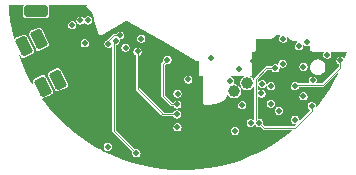
<source format=gbr>
%TF.GenerationSoftware,KiCad,Pcbnew,9.0.0*%
%TF.CreationDate,2025-08-30T10:43:30+02:00*%
%TF.ProjectId,36mm PCB,33366d6d-2050-4434-922e-6b696361645f,rev?*%
%TF.SameCoordinates,Original*%
%TF.FileFunction,Copper,L2,Inr*%
%TF.FilePolarity,Positive*%
%FSLAX46Y46*%
G04 Gerber Fmt 4.6, Leading zero omitted, Abs format (unit mm)*
G04 Created by KiCad (PCBNEW 9.0.0) date 2025-08-30 10:43:30*
%MOMM*%
%LPD*%
G01*
G04 APERTURE LIST*
G04 Aperture macros list*
%AMRoundRect*
0 Rectangle with rounded corners*
0 $1 Rounding radius*
0 $2 $3 $4 $5 $6 $7 $8 $9 X,Y pos of 4 corners*
0 Add a 4 corners polygon primitive as box body*
4,1,4,$2,$3,$4,$5,$6,$7,$8,$9,$2,$3,0*
0 Add four circle primitives for the rounded corners*
1,1,$1+$1,$2,$3*
1,1,$1+$1,$4,$5*
1,1,$1+$1,$6,$7*
1,1,$1+$1,$8,$9*
0 Add four rect primitives between the rounded corners*
20,1,$1+$1,$2,$3,$4,$5,0*
20,1,$1+$1,$4,$5,$6,$7,0*
20,1,$1+$1,$6,$7,$8,$9,0*
20,1,$1+$1,$8,$9,$2,$3,0*%
G04 Aperture macros list end*
%TA.AperFunction,ComponentPad*%
%ADD10RoundRect,0.150000X-0.850000X-0.350000X0.850000X-0.350000X0.850000X0.350000X-0.850000X0.350000X0*%
%TD*%
%TA.AperFunction,ComponentPad*%
%ADD11C,0.500000*%
%TD*%
%TA.AperFunction,ComponentPad*%
%ADD12C,1.000000*%
%TD*%
%TA.AperFunction,ComponentPad*%
%ADD13RoundRect,0.150000X0.591910X-0.441184X0.042506X0.737016X-0.591910X0.441184X-0.042506X-0.737016X0*%
%TD*%
%TA.AperFunction,ViaPad*%
%ADD14C,0.500000*%
%TD*%
%TA.AperFunction,Conductor*%
%ADD15C,0.100000*%
%TD*%
G04 APERTURE END LIST*
D10*
%TO.N,GND*%
%TO.C,TP15*%
X190057772Y-114509534D03*
%TD*%
D11*
%TO.N,+3.3V*%
%TO.C,IC6*%
X208542772Y-116831554D03*
%TO.N,I2C1_SDA*%
X210542772Y-117156554D03*
%TO.N,I2C1_SCL*%
X209867772Y-117481554D03*
%TO.N,GND*%
X209117772Y-117264534D03*
%TD*%
D10*
%TO.N,+3V0*%
%TO.C,TP14*%
X187632772Y-114509534D03*
%TD*%
D12*
%TO.N,SYS_SWCLK*%
%TO.C,TP18*%
X205490000Y-120600000D03*
%TD*%
D13*
%TO.N,Net-(C12-Pad2)*%
%TO.C,SW5*%
X189455162Y-120320686D03*
X187849213Y-116876717D03*
%TO.N,+3V0*%
X188186331Y-120912350D03*
X186580382Y-117468382D03*
%TD*%
D12*
%TO.N,SYS_SWDIO*%
%TO.C,TP17*%
X204370000Y-121300000D03*
%TD*%
D14*
%TO.N,I2C1_SDA*%
X199551130Y-123259000D03*
%TO.N,I2C1_SCL*%
X199570000Y-122409000D03*
%TO.N,+3V0*%
X193690000Y-125990000D03*
%TO.N,ADCVBAT*%
X209540000Y-123710000D03*
X194733732Y-116563689D03*
X193750000Y-117280000D03*
%TO.N,+3V0*%
X195190000Y-117600000D03*
%TO.N,GND*%
X206025478Y-118734534D03*
X205110000Y-124060000D03*
X208977772Y-119704534D03*
X209010000Y-123300000D03*
%TO.N,+3.3V*%
X204460000Y-124650000D03*
X199600000Y-121490000D03*
X208490000Y-118950000D03*
X196520000Y-116840000D03*
X212277772Y-118194534D03*
X199590000Y-124350000D03*
%TO.N,NRST*%
X210255935Y-121716592D03*
%TO.N,+3V0*%
X200510000Y-120300000D03*
X208175685Y-122940000D03*
X191740000Y-117240000D03*
%TO.N,Stat*%
X194347311Y-117022689D03*
X196120000Y-126550000D03*
%TO.N,Net-(IC1-MOT2)*%
X202410000Y-118475000D03*
%TO.N,Net-(IC1-MOT1)*%
X204047772Y-120424534D03*
%TO.N,I2C1_SDA*%
X206700000Y-121480000D03*
X196210000Y-117930000D03*
%TO.N,I2C1_SCL*%
X206760000Y-120680000D03*
X198740000Y-118630806D03*
%TO.N,GPIO_Output_Mono*%
X207480000Y-122360000D03*
X192020000Y-115300000D03*
%TO.N,GPIO_EXTI1*%
X205070000Y-122470000D03*
X191370000Y-115300000D03*
%TO.N,GPIO_EXTI9*%
X190680000Y-115700000D03*
X207510000Y-120870000D03*
%TO.N,Tim2_CH3*%
X206492157Y-123967843D03*
X207880000Y-119350000D03*
X210950000Y-122540000D03*
%TO.N,Tim2_CH1*%
X209535196Y-120866133D03*
X205797213Y-123980000D03*
X213391860Y-118690000D03*
%TO.N,Net-(Q4-D_1)*%
X211037772Y-120374534D03*
%TO.N,Net-(Q3-D_1)*%
X210257772Y-119214534D03*
%TO.N,VDD PROG*%
X204770000Y-119390000D03*
%TD*%
D15*
%TO.N,I2C1_SDA*%
X198369000Y-123259000D02*
X198255000Y-123145000D01*
X199551130Y-123259000D02*
X198369000Y-123259000D01*
X198255000Y-123145000D02*
X196210000Y-121100000D01*
%TO.N,I2C1_SCL*%
X199049000Y-122409000D02*
X199570000Y-122409000D01*
X198370000Y-121730000D02*
X199049000Y-122409000D01*
X198370000Y-119000806D02*
X198370000Y-121730000D01*
X198740000Y-118630806D02*
X198370000Y-119000806D01*
%TO.N,Stat*%
X194220000Y-117150000D02*
X194347311Y-117022689D01*
X196120000Y-126550000D02*
X194220000Y-124650000D01*
X194220000Y-124650000D02*
X194220000Y-117150000D01*
%TO.N,I2C1_SDA*%
X198317585Y-123207585D02*
X198255000Y-123145000D01*
X198317585Y-123208999D02*
X198317585Y-123207585D01*
X196210000Y-121100000D02*
X196210000Y-117930000D01*
%TO.N,Tim2_CH3*%
X210950000Y-122990000D02*
X210950000Y-122540000D01*
X209520000Y-124420000D02*
X210950000Y-122990000D01*
X206944314Y-124420000D02*
X209520000Y-124420000D01*
X206492157Y-123967843D02*
X206944314Y-124420000D01*
%TO.N,ADCVBAT*%
X194239211Y-116563689D02*
X194733732Y-116563689D01*
X193750000Y-117280000D02*
X193750000Y-117052900D01*
X193750000Y-117052900D02*
X194239211Y-116563689D01*
%TO.N,Tim2_CH3*%
X207110000Y-119350000D02*
X207880000Y-119350000D01*
X206492157Y-123967843D02*
X206240000Y-123715686D01*
X206240000Y-120220000D02*
X207110000Y-119350000D01*
X206240000Y-123715686D02*
X206240000Y-120220000D01*
%TO.N,Tim2_CH1*%
X213350965Y-119299035D02*
X213391860Y-119204184D01*
X209535196Y-120866133D02*
X209631329Y-120770000D01*
X211203872Y-120775534D02*
X211209406Y-120770000D01*
X211880000Y-120770000D02*
X213350965Y-119299035D01*
X211209406Y-120770000D02*
X211880000Y-120770000D01*
X213391860Y-119204184D02*
X213391860Y-118690000D01*
X209631329Y-120770000D02*
X210866138Y-120770000D01*
X210871672Y-120775534D02*
X211203872Y-120775534D01*
X210866138Y-120770000D02*
X210871672Y-120775534D01*
%TD*%
%TA.AperFunction,Conductor*%
%TO.N,GND*%
G36*
X186541071Y-113999386D02*
G01*
X186555423Y-114034034D01*
X186548387Y-114057227D01*
X186548652Y-114057337D01*
X186547541Y-114060016D01*
X186547166Y-114061254D01*
X186546806Y-114061794D01*
X186546805Y-114061796D01*
X186532272Y-114134856D01*
X186532272Y-114884211D01*
X186546805Y-114957273D01*
X186602170Y-115040135D01*
X186669009Y-115084794D01*
X186685032Y-115095500D01*
X186758098Y-115110034D01*
X188507446Y-115110034D01*
X188580512Y-115095500D01*
X188663373Y-115040135D01*
X188718738Y-114957274D01*
X188733272Y-114884208D01*
X188733272Y-114134860D01*
X188718738Y-114061794D01*
X188718377Y-114061254D01*
X188718251Y-114060617D01*
X188716892Y-114057337D01*
X188717544Y-114057066D01*
X188711063Y-114024473D01*
X188731899Y-113993291D01*
X188759121Y-113985034D01*
X191848664Y-113985034D01*
X191883312Y-113999386D01*
X191897664Y-114034034D01*
X191895814Y-114047369D01*
X191881479Y-114098053D01*
X191890796Y-114177275D01*
X191890796Y-114177277D01*
X191918932Y-114227600D01*
X191921907Y-114232921D01*
X191929720Y-114246896D01*
X192375328Y-114598712D01*
X192393424Y-114629917D01*
X192415196Y-114775401D01*
X192415201Y-114775432D01*
X192518020Y-115256331D01*
X192650405Y-115729924D01*
X192650407Y-115729933D01*
X192795347Y-116146922D01*
X192811865Y-116194444D01*
X192828867Y-116235042D01*
X192893975Y-116390509D01*
X192893975Y-116390511D01*
X192896505Y-116396554D01*
X192898214Y-116409527D01*
X192911769Y-116433005D01*
X192912976Y-116435888D01*
X192912979Y-116435893D01*
X192922246Y-116458029D01*
X192926899Y-116462647D01*
X192934813Y-116472921D01*
X192938096Y-116478605D01*
X192959614Y-116495116D01*
X192978860Y-116514218D01*
X192990980Y-116519185D01*
X193001376Y-116527162D01*
X193027575Y-116534182D01*
X193052667Y-116544465D01*
X193065766Y-116544415D01*
X193078423Y-116547807D01*
X193105315Y-116544266D01*
X193132430Y-116544164D01*
X193144513Y-116539105D01*
X193157504Y-116537395D01*
X193180992Y-116523834D01*
X193206007Y-116513362D01*
X193215235Y-116504063D01*
X195263841Y-115321299D01*
X195301022Y-115316405D01*
X195312840Y-115321300D01*
X198785333Y-117326144D01*
X201190829Y-118714957D01*
X201199430Y-118721264D01*
X201208690Y-118729749D01*
X201208692Y-118729750D01*
X201208694Y-118729752D01*
X201229688Y-118737393D01*
X201249035Y-118748563D01*
X201266802Y-118750901D01*
X201271842Y-118752736D01*
X201271844Y-118752736D01*
X201283648Y-118757033D01*
X201301680Y-118756245D01*
X201310207Y-118756616D01*
X201328116Y-118758975D01*
X201340246Y-118755723D01*
X201350792Y-118754101D01*
X201363335Y-118753554D01*
X201363335Y-118753553D01*
X201365777Y-118753447D01*
X201401018Y-118766274D01*
X201416867Y-118800263D01*
X201416913Y-118802779D01*
X201414850Y-119069527D01*
X201407772Y-119984534D01*
X201734469Y-119984534D01*
X201769117Y-119998886D01*
X201783469Y-120033534D01*
X201783469Y-122279830D01*
X201779710Y-122295388D01*
X201783469Y-122319345D01*
X201783469Y-122343592D01*
X201787360Y-122352986D01*
X201790497Y-122364139D01*
X201792073Y-122374187D01*
X201792074Y-122374188D01*
X201804713Y-122394880D01*
X201813993Y-122417284D01*
X201825310Y-122428601D01*
X201833652Y-122442258D01*
X201850163Y-122454291D01*
X201855950Y-122459241D01*
X201870392Y-122473684D01*
X201870394Y-122473685D01*
X201870395Y-122473686D01*
X201879787Y-122477576D01*
X201889893Y-122483245D01*
X201898114Y-122489236D01*
X201921686Y-122494931D01*
X201944087Y-122504210D01*
X201960089Y-122504210D01*
X201975647Y-122507969D01*
X201999604Y-122504210D01*
X202023851Y-122504210D01*
X202038641Y-122498083D01*
X202185530Y-122475034D01*
X202462631Y-122423853D01*
X204719500Y-122423853D01*
X204719500Y-122516146D01*
X204743385Y-122605286D01*
X204743386Y-122605289D01*
X204783800Y-122675286D01*
X204789531Y-122685212D01*
X204854788Y-122750469D01*
X204934712Y-122796614D01*
X204956998Y-122802585D01*
X205023853Y-122820500D01*
X205023856Y-122820500D01*
X205116146Y-122820500D01*
X205160716Y-122808557D01*
X205205288Y-122796614D01*
X205285212Y-122750469D01*
X205350469Y-122685212D01*
X205396614Y-122605288D01*
X205409924Y-122555614D01*
X205420500Y-122516146D01*
X205420500Y-122423853D01*
X205396614Y-122334713D01*
X205396613Y-122334710D01*
X205375391Y-122297954D01*
X205350469Y-122254788D01*
X205285212Y-122189531D01*
X205279842Y-122186430D01*
X205205289Y-122143386D01*
X205205286Y-122143385D01*
X205116147Y-122119500D01*
X205116144Y-122119500D01*
X205023856Y-122119500D01*
X205023853Y-122119500D01*
X204934713Y-122143385D01*
X204934710Y-122143386D01*
X204854794Y-122189527D01*
X204854784Y-122189534D01*
X204789534Y-122254784D01*
X204789527Y-122254794D01*
X204743386Y-122334710D01*
X204743385Y-122334713D01*
X204719500Y-122423853D01*
X202462631Y-122423853D01*
X202524926Y-122412347D01*
X202862506Y-122340518D01*
X202991500Y-122309409D01*
X202991509Y-122309411D01*
X203009551Y-122305058D01*
X203009625Y-122305069D01*
X203030280Y-122300069D01*
X203030281Y-122300070D01*
X203045539Y-122296377D01*
X203069036Y-122290711D01*
X203069037Y-122290709D01*
X203073897Y-122289538D01*
X203074103Y-122289464D01*
X203115610Y-122279421D01*
X203277092Y-122210484D01*
X203424893Y-122115701D01*
X203554911Y-121997700D01*
X203663540Y-121859755D01*
X203747765Y-121705693D01*
X203773812Y-121630521D01*
X203798716Y-121602482D01*
X203836154Y-121600266D01*
X203862546Y-121622065D01*
X203889475Y-121668709D01*
X203889478Y-121668713D01*
X203889480Y-121668716D01*
X204001284Y-121780520D01*
X204001287Y-121780521D01*
X204001290Y-121780524D01*
X204138213Y-121859576D01*
X204138215Y-121859576D01*
X204138216Y-121859577D01*
X204239907Y-121886825D01*
X204290939Y-121900499D01*
X204290940Y-121900500D01*
X204290943Y-121900500D01*
X204449060Y-121900500D01*
X204449060Y-121900499D01*
X204601784Y-121859577D01*
X204738716Y-121780520D01*
X204850520Y-121668716D01*
X204881368Y-121615286D01*
X204929576Y-121531786D01*
X204929576Y-121531785D01*
X204929577Y-121531784D01*
X204970499Y-121379060D01*
X204970500Y-121379060D01*
X204970500Y-121220940D01*
X204970499Y-121220939D01*
X204951617Y-121150472D01*
X204929577Y-121068216D01*
X204929576Y-121068215D01*
X204929576Y-121068213D01*
X204850524Y-120931290D01*
X204850521Y-120931287D01*
X204850520Y-120931284D01*
X204738716Y-120819480D01*
X204738713Y-120819478D01*
X204738709Y-120819475D01*
X204601786Y-120740423D01*
X204601782Y-120740422D01*
X204449060Y-120699500D01*
X204449057Y-120699500D01*
X204378613Y-120699500D01*
X204343965Y-120685148D01*
X204329613Y-120650500D01*
X204336178Y-120626000D01*
X204374385Y-120559824D01*
X204374385Y-120559823D01*
X204374386Y-120559822D01*
X204395156Y-120482307D01*
X204398272Y-120470680D01*
X204398272Y-120378387D01*
X204378203Y-120303492D01*
X204374386Y-120289246D01*
X204328241Y-120209322D01*
X204262984Y-120144065D01*
X204220406Y-120119482D01*
X204183061Y-120097920D01*
X204183058Y-120097919D01*
X204119408Y-120080864D01*
X204089655Y-120058034D01*
X204084760Y-120020852D01*
X204107590Y-119991099D01*
X204132090Y-119984534D01*
X205172147Y-119984534D01*
X205206795Y-119998886D01*
X205221147Y-120033534D01*
X205206795Y-120068182D01*
X205196647Y-120075969D01*
X205121290Y-120119475D01*
X205121281Y-120119482D01*
X205009482Y-120231281D01*
X205009475Y-120231290D01*
X204930423Y-120368213D01*
X204930422Y-120368217D01*
X204889500Y-120520939D01*
X204889500Y-120679060D01*
X204930422Y-120831782D01*
X204930423Y-120831786D01*
X205009475Y-120968709D01*
X205009478Y-120968713D01*
X205009480Y-120968716D01*
X205121284Y-121080520D01*
X205121287Y-121080521D01*
X205121290Y-121080524D01*
X205258213Y-121159576D01*
X205258215Y-121159576D01*
X205258216Y-121159577D01*
X205354029Y-121185250D01*
X205410939Y-121200499D01*
X205410940Y-121200500D01*
X205410943Y-121200500D01*
X205569060Y-121200500D01*
X205569060Y-121200499D01*
X205721784Y-121159577D01*
X205737555Y-121150472D01*
X205858709Y-121080524D01*
X205858708Y-121080524D01*
X205858716Y-121080520D01*
X205970520Y-120968716D01*
X205983920Y-120945507D01*
X205998065Y-120921007D01*
X206027818Y-120898177D01*
X206065000Y-120903072D01*
X206087830Y-120932825D01*
X206089500Y-120945507D01*
X206089500Y-123659310D01*
X206075148Y-123693958D01*
X206040500Y-123708310D01*
X206015886Y-123699960D01*
X206015207Y-123701137D01*
X205932502Y-123653386D01*
X205932499Y-123653385D01*
X205843360Y-123629500D01*
X205843357Y-123629500D01*
X205751069Y-123629500D01*
X205751066Y-123629500D01*
X205661926Y-123653385D01*
X205661923Y-123653386D01*
X205582007Y-123699527D01*
X205581997Y-123699534D01*
X205516747Y-123764784D01*
X205516740Y-123764794D01*
X205470599Y-123844710D01*
X205470598Y-123844713D01*
X205446713Y-123933853D01*
X205446713Y-124026146D01*
X205470598Y-124115286D01*
X205470599Y-124115289D01*
X205488666Y-124146581D01*
X205516744Y-124195212D01*
X205582001Y-124260469D01*
X205661925Y-124306614D01*
X205679111Y-124311219D01*
X205751066Y-124330500D01*
X205751069Y-124330500D01*
X205843359Y-124330500D01*
X205888728Y-124318343D01*
X205932501Y-124306614D01*
X206012425Y-124260469D01*
X206077682Y-124195212D01*
X206105760Y-124146580D01*
X206135512Y-124123751D01*
X206172694Y-124128646D01*
X206190629Y-124146581D01*
X206211688Y-124183055D01*
X206276945Y-124248312D01*
X206356869Y-124294457D01*
X206373835Y-124299003D01*
X206446010Y-124318343D01*
X206446013Y-124318343D01*
X206538303Y-124318343D01*
X206564887Y-124311219D01*
X206583151Y-124306325D01*
X206620332Y-124311219D01*
X206630481Y-124319007D01*
X206859060Y-124547586D01*
X206859061Y-124547586D01*
X206859063Y-124547588D01*
X206914378Y-124570500D01*
X206974250Y-124570500D01*
X209282488Y-124570500D01*
X209317136Y-124584852D01*
X209331488Y-124619500D01*
X209317136Y-124654148D01*
X209313342Y-124657566D01*
X208970606Y-124935372D01*
X208968626Y-124936895D01*
X208365043Y-125377113D01*
X208362987Y-125378533D01*
X207737773Y-125787394D01*
X207735648Y-125788708D01*
X207090383Y-126165181D01*
X207088193Y-126166385D01*
X206424574Y-126509477D01*
X206422326Y-126510567D01*
X205742110Y-126819371D01*
X205739810Y-126820346D01*
X205044700Y-127094090D01*
X205042352Y-127094946D01*
X204334207Y-127332895D01*
X204331819Y-127333630D01*
X203612481Y-127535167D01*
X203610059Y-127535780D01*
X202881354Y-127700394D01*
X202878904Y-127700882D01*
X202142776Y-127828132D01*
X202140303Y-127828495D01*
X201398632Y-127918057D01*
X201396145Y-127918293D01*
X200650880Y-127969932D01*
X200648384Y-127970041D01*
X199901462Y-127983622D01*
X199898963Y-127983604D01*
X199152300Y-127959093D01*
X199149806Y-127958947D01*
X198405376Y-127896408D01*
X198402892Y-127896135D01*
X197662639Y-127795731D01*
X197660173Y-127795333D01*
X196925966Y-127657320D01*
X196923523Y-127656796D01*
X196197315Y-127481538D01*
X196194902Y-127480890D01*
X195478579Y-127268844D01*
X195476202Y-127268074D01*
X194771605Y-127019783D01*
X194769270Y-127018892D01*
X194078266Y-126735016D01*
X194075980Y-126734008D01*
X193466150Y-126446321D01*
X193400339Y-126415274D01*
X193398110Y-126414153D01*
X193393480Y-126411673D01*
X192996164Y-126198834D01*
X192739583Y-126061386D01*
X192737411Y-126060150D01*
X192608854Y-125982601D01*
X192544619Y-125943853D01*
X193339500Y-125943853D01*
X193339500Y-126036146D01*
X193363385Y-126125286D01*
X193363386Y-126125289D01*
X193386783Y-126165812D01*
X193409531Y-126205212D01*
X193474788Y-126270469D01*
X193554712Y-126316614D01*
X193576998Y-126322585D01*
X193643853Y-126340500D01*
X193643856Y-126340500D01*
X193736146Y-126340500D01*
X193780716Y-126328557D01*
X193825288Y-126316614D01*
X193905212Y-126270469D01*
X193970469Y-126205212D01*
X194016614Y-126125288D01*
X194028557Y-126080716D01*
X194040500Y-126036146D01*
X194040500Y-125943853D01*
X194016614Y-125854713D01*
X194016613Y-125854710D01*
X193970472Y-125774794D01*
X193970469Y-125774788D01*
X193905212Y-125709531D01*
X193844169Y-125674287D01*
X193825289Y-125663386D01*
X193825286Y-125663385D01*
X193736147Y-125639500D01*
X193736144Y-125639500D01*
X193643856Y-125639500D01*
X193643853Y-125639500D01*
X193554713Y-125663385D01*
X193554710Y-125663386D01*
X193474794Y-125709527D01*
X193474784Y-125709534D01*
X193409534Y-125774784D01*
X193409527Y-125774794D01*
X193363386Y-125854710D01*
X193363385Y-125854713D01*
X193339500Y-125943853D01*
X192544619Y-125943853D01*
X192097745Y-125674287D01*
X192095639Y-125672943D01*
X191476435Y-125254948D01*
X191474401Y-125253497D01*
X190877349Y-124804512D01*
X190875391Y-124802960D01*
X190301993Y-124324114D01*
X190300116Y-124322464D01*
X189751858Y-123815001D01*
X189750069Y-123813258D01*
X189439385Y-123494788D01*
X189228398Y-123278513D01*
X189226703Y-123276684D01*
X189217834Y-123266613D01*
X188732969Y-122716040D01*
X188731384Y-122714146D01*
X188266850Y-122129038D01*
X188265353Y-122127050D01*
X188257250Y-122115701D01*
X188155728Y-121973504D01*
X188147275Y-121936966D01*
X188167135Y-121905153D01*
X188183961Y-121897436D01*
X188189225Y-121896148D01*
X188227329Y-121886824D01*
X188882519Y-121581304D01*
X188906465Y-121570138D01*
X188906465Y-121570137D01*
X188906469Y-121570136D01*
X188966547Y-121526085D01*
X189018246Y-121440888D01*
X189033405Y-121342393D01*
X189015698Y-121270030D01*
X188698376Y-120589531D01*
X188445441Y-120047108D01*
X188445439Y-120047106D01*
X188445439Y-120047105D01*
X188401388Y-119987027D01*
X188401387Y-119987026D01*
X188339546Y-119949500D01*
X188316192Y-119935328D01*
X188316190Y-119935327D01*
X188217695Y-119920168D01*
X188145337Y-119937874D01*
X188145332Y-119937876D01*
X187466196Y-120254561D01*
X187466194Y-120254563D01*
X187406115Y-120298614D01*
X187406115Y-120298615D01*
X187354416Y-120383812D01*
X187354416Y-120383813D01*
X187354415Y-120383814D01*
X187339257Y-120482307D01*
X187356962Y-120554665D01*
X187356964Y-120554670D01*
X187387838Y-120620880D01*
X187389474Y-120658347D01*
X187364137Y-120685997D01*
X187326670Y-120687633D01*
X187300858Y-120665852D01*
X187056117Y-120236450D01*
X187054959Y-120234291D01*
X186881676Y-119890643D01*
X188608088Y-119890643D01*
X188625793Y-119963001D01*
X188625795Y-119963006D01*
X189196051Y-121185927D01*
X189196053Y-121185929D01*
X189196054Y-121185931D01*
X189240105Y-121246009D01*
X189325301Y-121297708D01*
X189423797Y-121312867D01*
X189496160Y-121295160D01*
X190117797Y-121005286D01*
X190175296Y-120978474D01*
X190175296Y-120978473D01*
X190175300Y-120978472D01*
X190235378Y-120934421D01*
X190287077Y-120849224D01*
X190302236Y-120750729D01*
X190284529Y-120678366D01*
X189989753Y-120046216D01*
X189714272Y-119455444D01*
X189714270Y-119455442D01*
X189714270Y-119455441D01*
X189670219Y-119395363D01*
X189670218Y-119395362D01*
X189649371Y-119382711D01*
X189585023Y-119343664D01*
X189585020Y-119343663D01*
X189585019Y-119343663D01*
X189486526Y-119328504D01*
X189414168Y-119346210D01*
X189414163Y-119346212D01*
X188735027Y-119662897D01*
X188735025Y-119662899D01*
X188674946Y-119706950D01*
X188674946Y-119706951D01*
X188623247Y-119792148D01*
X188623247Y-119792149D01*
X188623246Y-119792150D01*
X188608088Y-119890643D01*
X186881676Y-119890643D01*
X186718595Y-119567227D01*
X186717531Y-119564977D01*
X186689043Y-119500500D01*
X186415605Y-118881627D01*
X186414670Y-118879358D01*
X186173518Y-118248356D01*
X186174555Y-118210870D01*
X186201796Y-118185095D01*
X186239285Y-118186132D01*
X186263698Y-118210157D01*
X186321273Y-118333626D01*
X186358078Y-118383821D01*
X186365325Y-118393705D01*
X186450521Y-118445404D01*
X186549017Y-118460563D01*
X186621380Y-118442856D01*
X187300520Y-118126168D01*
X187360598Y-118082117D01*
X187412297Y-117996920D01*
X187427456Y-117898425D01*
X187409749Y-117826062D01*
X187098305Y-117158167D01*
X186839492Y-116603140D01*
X186839490Y-116603138D01*
X186839490Y-116603137D01*
X186795439Y-116543059D01*
X186795438Y-116543058D01*
X186756096Y-116519185D01*
X186710243Y-116491360D01*
X186710241Y-116491359D01*
X186710240Y-116491359D01*
X186611746Y-116476200D01*
X186539388Y-116493906D01*
X186539383Y-116493908D01*
X185860247Y-116810593D01*
X185860245Y-116810595D01*
X185816759Y-116842480D01*
X185807820Y-116844667D01*
X185800526Y-116850279D01*
X185790323Y-116848948D01*
X185780330Y-116851394D01*
X185772462Y-116846619D01*
X185763338Y-116845430D01*
X185757064Y-116837275D01*
X185748269Y-116831938D01*
X185740474Y-116815713D01*
X185721389Y-116744842D01*
X185720814Y-116742462D01*
X185718097Y-116729841D01*
X185657134Y-116446674D01*
X187002139Y-116446674D01*
X187019844Y-116519032D01*
X187019846Y-116519037D01*
X187590102Y-117741958D01*
X187590104Y-117741960D01*
X187590105Y-117741962D01*
X187612843Y-117772973D01*
X187628783Y-117794713D01*
X187634156Y-117802040D01*
X187719352Y-117853739D01*
X187817848Y-117868898D01*
X187890211Y-117851191D01*
X188501130Y-117566315D01*
X188569347Y-117534505D01*
X188569347Y-117534504D01*
X188569351Y-117534503D01*
X188629429Y-117490452D01*
X188681128Y-117405255D01*
X188696287Y-117306760D01*
X188678580Y-117234397D01*
X188659674Y-117193853D01*
X191389500Y-117193853D01*
X191389500Y-117286146D01*
X191413385Y-117375286D01*
X191413386Y-117375289D01*
X191443225Y-117426970D01*
X191459531Y-117455212D01*
X191524788Y-117520469D01*
X191604712Y-117566614D01*
X191626998Y-117572585D01*
X191693853Y-117590500D01*
X191693856Y-117590500D01*
X191786146Y-117590500D01*
X191830716Y-117578557D01*
X191875288Y-117566614D01*
X191955212Y-117520469D01*
X192020469Y-117455212D01*
X192066614Y-117375288D01*
X192079782Y-117326144D01*
X192090500Y-117286146D01*
X192090500Y-117233853D01*
X193399500Y-117233853D01*
X193399500Y-117326146D01*
X193423385Y-117415286D01*
X193423386Y-117415289D01*
X193446438Y-117455215D01*
X193469531Y-117495212D01*
X193534788Y-117560469D01*
X193586802Y-117590500D01*
X193611528Y-117604776D01*
X193614712Y-117606614D01*
X193636998Y-117612585D01*
X193703853Y-117630500D01*
X193703856Y-117630500D01*
X193796146Y-117630500D01*
X193840716Y-117618557D01*
X193885288Y-117606614D01*
X193965212Y-117560469D01*
X193985852Y-117539829D01*
X194020500Y-117525477D01*
X194055148Y-117539829D01*
X194069500Y-117574477D01*
X194069500Y-124679938D01*
X194076214Y-124696145D01*
X194076214Y-124696146D01*
X194092409Y-124735246D01*
X194092410Y-124735248D01*
X194092412Y-124735252D01*
X194092413Y-124735253D01*
X194092414Y-124735254D01*
X195768834Y-126411673D01*
X195783186Y-126446321D01*
X195781517Y-126459002D01*
X195769500Y-126503856D01*
X195769500Y-126596146D01*
X195793385Y-126685286D01*
X195793386Y-126685289D01*
X195803474Y-126702761D01*
X195839531Y-126765212D01*
X195904788Y-126830469D01*
X195984712Y-126876614D01*
X196006998Y-126882585D01*
X196073853Y-126900500D01*
X196073856Y-126900500D01*
X196166146Y-126900500D01*
X196210716Y-126888557D01*
X196255288Y-126876614D01*
X196335212Y-126830469D01*
X196400469Y-126765212D01*
X196446614Y-126685288D01*
X196458557Y-126640716D01*
X196470500Y-126596146D01*
X196470500Y-126503853D01*
X196446765Y-126415276D01*
X196446614Y-126414712D01*
X196444859Y-126411673D01*
X196435077Y-126394731D01*
X196400469Y-126334788D01*
X196335212Y-126269531D01*
X196329842Y-126266430D01*
X196255289Y-126223386D01*
X196255286Y-126223385D01*
X196166147Y-126199500D01*
X196166144Y-126199500D01*
X196073856Y-126199500D01*
X196029002Y-126211517D01*
X195991820Y-126206620D01*
X195981673Y-126198834D01*
X194384852Y-124602012D01*
X194370500Y-124567364D01*
X194370500Y-124303853D01*
X199239500Y-124303853D01*
X199239500Y-124396146D01*
X199263385Y-124485286D01*
X199263386Y-124485289D01*
X199306430Y-124559842D01*
X199309531Y-124565212D01*
X199374788Y-124630469D01*
X199454712Y-124676614D01*
X199476998Y-124682585D01*
X199543853Y-124700500D01*
X199543856Y-124700500D01*
X199636146Y-124700500D01*
X199652395Y-124696146D01*
X204109499Y-124696146D01*
X204133385Y-124785286D01*
X204133386Y-124785289D01*
X204143589Y-124802960D01*
X204179531Y-124865212D01*
X204244788Y-124930469D01*
X204324712Y-124976614D01*
X204346998Y-124982585D01*
X204413853Y-125000500D01*
X204413856Y-125000500D01*
X204506146Y-125000500D01*
X204550716Y-124988557D01*
X204595288Y-124976614D01*
X204675212Y-124930469D01*
X204740469Y-124865212D01*
X204786614Y-124785288D01*
X204809333Y-124700500D01*
X204810500Y-124696146D01*
X204810500Y-124603853D01*
X204786614Y-124514713D01*
X204786613Y-124514710D01*
X204740472Y-124434794D01*
X204740469Y-124434788D01*
X204675212Y-124369531D01*
X204607610Y-124330500D01*
X204595289Y-124323386D01*
X204595286Y-124323385D01*
X204506147Y-124299500D01*
X204506144Y-124299500D01*
X204413856Y-124299500D01*
X204413853Y-124299500D01*
X204324713Y-124323385D01*
X204324710Y-124323386D01*
X204244794Y-124369527D01*
X204244784Y-124369534D01*
X204179534Y-124434784D01*
X204179527Y-124434794D01*
X204133386Y-124514710D01*
X204133385Y-124514713D01*
X204109500Y-124603853D01*
X204109500Y-124696145D01*
X204109499Y-124696146D01*
X199652395Y-124696146D01*
X199680716Y-124688557D01*
X199725288Y-124676614D01*
X199805212Y-124630469D01*
X199870469Y-124565212D01*
X199916614Y-124485288D01*
X199930145Y-124434788D01*
X199940500Y-124396146D01*
X199940500Y-124303853D01*
X199916614Y-124214713D01*
X199916613Y-124214710D01*
X199898332Y-124183048D01*
X199870469Y-124134788D01*
X199805212Y-124069531D01*
X199786688Y-124058836D01*
X199725289Y-124023386D01*
X199725286Y-124023385D01*
X199636147Y-123999500D01*
X199636144Y-123999500D01*
X199543856Y-123999500D01*
X199543853Y-123999500D01*
X199454713Y-124023385D01*
X199454710Y-124023386D01*
X199374794Y-124069527D01*
X199374784Y-124069534D01*
X199309534Y-124134784D01*
X199309527Y-124134794D01*
X199263386Y-124214710D01*
X199263385Y-124214713D01*
X199239500Y-124303853D01*
X194370500Y-124303853D01*
X194370500Y-117553853D01*
X194839500Y-117553853D01*
X194839500Y-117646146D01*
X194863385Y-117735286D01*
X194863386Y-117735289D01*
X194901925Y-117802039D01*
X194909531Y-117815212D01*
X194974788Y-117880469D01*
X195054712Y-117926614D01*
X195076998Y-117932585D01*
X195143853Y-117950500D01*
X195143856Y-117950500D01*
X195236146Y-117950500D01*
X195280716Y-117938557D01*
X195325288Y-117926614D01*
X195399351Y-117883853D01*
X195859500Y-117883853D01*
X195859500Y-117976146D01*
X195883385Y-118065286D01*
X195883386Y-118065289D01*
X195893102Y-118082117D01*
X195929531Y-118145212D01*
X195994788Y-118210469D01*
X196035002Y-118233687D01*
X196057830Y-118263437D01*
X196059500Y-118276120D01*
X196059500Y-121129938D01*
X196063460Y-121139494D01*
X196063461Y-121139501D01*
X196063462Y-121139501D01*
X196078117Y-121174884D01*
X196082411Y-121185250D01*
X196082414Y-121185255D01*
X198124616Y-123227455D01*
X198127411Y-123230250D01*
X198127412Y-123230252D01*
X198163774Y-123266613D01*
X198183742Y-123286581D01*
X198183743Y-123286583D01*
X198189834Y-123294005D01*
X198189995Y-123294246D01*
X198189997Y-123294248D01*
X198189998Y-123294250D01*
X198232334Y-123336586D01*
X198232336Y-123336588D01*
X198232577Y-123336749D01*
X198240007Y-123342846D01*
X198283748Y-123386587D01*
X198299946Y-123393295D01*
X198299949Y-123393298D01*
X198299950Y-123393297D01*
X198339064Y-123409500D01*
X199205009Y-123409500D01*
X199239657Y-123423852D01*
X199247444Y-123434000D01*
X199270657Y-123474206D01*
X199270659Y-123474208D01*
X199270661Y-123474212D01*
X199335918Y-123539469D01*
X199415842Y-123585614D01*
X199438128Y-123591585D01*
X199504983Y-123609500D01*
X199504986Y-123609500D01*
X199597276Y-123609500D01*
X199641846Y-123597557D01*
X199686418Y-123585614D01*
X199766342Y-123539469D01*
X199831599Y-123474212D01*
X199877744Y-123394288D01*
X199892938Y-123337584D01*
X199901630Y-123305146D01*
X199901630Y-123212853D01*
X199877744Y-123123713D01*
X199877743Y-123123710D01*
X199849786Y-123075288D01*
X199831599Y-123043788D01*
X199766342Y-122978531D01*
X199703089Y-122942011D01*
X199686419Y-122932386D01*
X199686416Y-122932385D01*
X199597277Y-122908500D01*
X199597274Y-122908500D01*
X199504986Y-122908500D01*
X199504983Y-122908500D01*
X199415843Y-122932385D01*
X199415840Y-122932386D01*
X199335924Y-122978527D01*
X199335914Y-122978534D01*
X199270664Y-123043784D01*
X199270657Y-123043793D01*
X199247444Y-123084000D01*
X199217691Y-123106830D01*
X199205009Y-123108500D01*
X198451635Y-123108500D01*
X198416987Y-123094148D01*
X198337462Y-123014622D01*
X198337455Y-123014616D01*
X196374852Y-121052012D01*
X196360500Y-121017364D01*
X196360500Y-118970870D01*
X198219500Y-118970870D01*
X198219500Y-118974778D01*
X198219500Y-121759936D01*
X198228990Y-121782848D01*
X198242412Y-121815252D01*
X198242414Y-121815255D01*
X198963744Y-122536585D01*
X198963747Y-122536587D01*
X198963748Y-122536588D01*
X198996149Y-122550008D01*
X198996150Y-122550009D01*
X198996151Y-122550009D01*
X199019064Y-122559500D01*
X199223879Y-122559500D01*
X199258527Y-122573852D01*
X199266314Y-122584000D01*
X199289527Y-122624206D01*
X199289529Y-122624208D01*
X199289531Y-122624212D01*
X199354788Y-122689469D01*
X199434712Y-122735614D01*
X199456998Y-122741585D01*
X199523853Y-122759500D01*
X199523856Y-122759500D01*
X199616146Y-122759500D01*
X199660716Y-122747557D01*
X199705288Y-122735614D01*
X199785212Y-122689469D01*
X199850469Y-122624212D01*
X199896614Y-122544288D01*
X199909743Y-122495289D01*
X199920500Y-122455146D01*
X199920500Y-122362853D01*
X199901161Y-122290681D01*
X199896614Y-122273712D01*
X199850469Y-122193788D01*
X199785212Y-122128531D01*
X199762990Y-122115701D01*
X199705289Y-122082386D01*
X199705286Y-122082385D01*
X199616147Y-122058500D01*
X199616144Y-122058500D01*
X199523856Y-122058500D01*
X199523853Y-122058500D01*
X199434713Y-122082385D01*
X199434710Y-122082386D01*
X199354794Y-122128527D01*
X199354784Y-122128534D01*
X199289534Y-122193784D01*
X199289527Y-122193793D01*
X199266314Y-122234000D01*
X199261060Y-122238030D01*
X199258527Y-122244148D01*
X199246708Y-122249043D01*
X199236561Y-122256830D01*
X199223879Y-122258500D01*
X199131636Y-122258500D01*
X199096988Y-122244148D01*
X198534852Y-121682012D01*
X198520500Y-121647364D01*
X198520500Y-121443853D01*
X199249500Y-121443853D01*
X199249500Y-121536146D01*
X199273385Y-121625286D01*
X199273386Y-121625289D01*
X199305364Y-121680675D01*
X199319531Y-121705212D01*
X199384788Y-121770469D01*
X199464712Y-121816614D01*
X199486998Y-121822585D01*
X199553853Y-121840500D01*
X199553856Y-121840500D01*
X199646146Y-121840500D01*
X199690716Y-121828557D01*
X199735288Y-121816614D01*
X199815212Y-121770469D01*
X199880469Y-121705212D01*
X199926614Y-121625288D01*
X199944577Y-121558250D01*
X199950500Y-121536146D01*
X199950500Y-121443853D01*
X199926614Y-121354713D01*
X199926613Y-121354710D01*
X199893702Y-121297708D01*
X199880469Y-121274788D01*
X199815212Y-121209531D01*
X199799570Y-121200500D01*
X199735289Y-121163386D01*
X199735286Y-121163385D01*
X199646147Y-121139500D01*
X199646144Y-121139500D01*
X199553856Y-121139500D01*
X199553853Y-121139500D01*
X199464713Y-121163385D01*
X199464710Y-121163386D01*
X199384794Y-121209527D01*
X199384784Y-121209534D01*
X199319534Y-121274784D01*
X199319527Y-121274794D01*
X199273386Y-121354710D01*
X199273385Y-121354713D01*
X199249500Y-121443853D01*
X198520500Y-121443853D01*
X198520500Y-120253853D01*
X200159500Y-120253853D01*
X200159500Y-120346146D01*
X200183385Y-120435286D01*
X200183386Y-120435289D01*
X200201685Y-120466983D01*
X200229531Y-120515212D01*
X200294788Y-120580469D01*
X200351020Y-120612935D01*
X200373648Y-120626000D01*
X200374712Y-120626614D01*
X200396998Y-120632585D01*
X200463853Y-120650500D01*
X200463856Y-120650500D01*
X200556146Y-120650500D01*
X200618260Y-120633856D01*
X200645288Y-120626614D01*
X200725212Y-120580469D01*
X200790469Y-120515212D01*
X200836614Y-120435288D01*
X200858724Y-120352774D01*
X200860500Y-120346146D01*
X200860500Y-120253853D01*
X200836614Y-120164713D01*
X200836613Y-120164710D01*
X200795825Y-120094065D01*
X200790469Y-120084788D01*
X200725212Y-120019531D01*
X200690518Y-119999500D01*
X200645289Y-119973386D01*
X200645286Y-119973385D01*
X200556147Y-119949500D01*
X200556144Y-119949500D01*
X200463856Y-119949500D01*
X200463853Y-119949500D01*
X200374713Y-119973385D01*
X200374710Y-119973386D01*
X200294794Y-120019527D01*
X200294784Y-120019534D01*
X200229534Y-120084784D01*
X200229527Y-120084794D01*
X200183386Y-120164710D01*
X200183385Y-120164713D01*
X200159500Y-120253853D01*
X198520500Y-120253853D01*
X198520500Y-119083441D01*
X198534851Y-119048794D01*
X198601676Y-118981969D01*
X198636322Y-118967618D01*
X198649005Y-118969288D01*
X198693854Y-118981306D01*
X198693856Y-118981306D01*
X198786146Y-118981306D01*
X198837228Y-118967618D01*
X198875288Y-118957420D01*
X198955212Y-118911275D01*
X199020469Y-118846018D01*
X199066614Y-118766094D01*
X199080316Y-118714956D01*
X199090500Y-118676952D01*
X199090500Y-118584659D01*
X199066791Y-118496180D01*
X199066614Y-118495518D01*
X199020469Y-118415594D01*
X198955212Y-118350337D01*
X198926270Y-118333627D01*
X198875289Y-118304192D01*
X198875286Y-118304191D01*
X198786147Y-118280306D01*
X198786144Y-118280306D01*
X198693856Y-118280306D01*
X198693853Y-118280306D01*
X198604713Y-118304191D01*
X198604710Y-118304192D01*
X198524794Y-118350333D01*
X198524784Y-118350340D01*
X198459534Y-118415590D01*
X198459527Y-118415600D01*
X198413386Y-118495516D01*
X198413385Y-118495519D01*
X198389500Y-118584659D01*
X198389500Y-118676950D01*
X198401517Y-118721801D01*
X198396621Y-118758983D01*
X198388834Y-118769130D01*
X198242414Y-118915551D01*
X198242412Y-118915553D01*
X198242412Y-118915554D01*
X198232080Y-118940500D01*
X198219500Y-118970870D01*
X196360500Y-118970870D01*
X196360500Y-118276120D01*
X196374852Y-118241472D01*
X196384990Y-118233690D01*
X196425212Y-118210469D01*
X196490469Y-118145212D01*
X196536614Y-118065288D01*
X196558773Y-117982590D01*
X196560500Y-117976146D01*
X196560500Y-117883853D01*
X196542105Y-117815205D01*
X196536614Y-117794712D01*
X196490469Y-117714788D01*
X196425212Y-117649531D01*
X196386254Y-117627038D01*
X196345289Y-117603386D01*
X196345286Y-117603385D01*
X196256147Y-117579500D01*
X196256144Y-117579500D01*
X196163856Y-117579500D01*
X196163853Y-117579500D01*
X196074713Y-117603385D01*
X196074710Y-117603386D01*
X195994794Y-117649527D01*
X195994784Y-117649534D01*
X195929534Y-117714784D01*
X195929527Y-117714794D01*
X195883386Y-117794710D01*
X195883385Y-117794713D01*
X195859500Y-117883853D01*
X195399351Y-117883853D01*
X195405212Y-117880469D01*
X195470469Y-117815212D01*
X195516614Y-117735288D01*
X195532649Y-117675444D01*
X195540500Y-117646146D01*
X195540500Y-117553853D01*
X195516614Y-117464713D01*
X195516613Y-117464710D01*
X195488079Y-117415289D01*
X195470469Y-117384788D01*
X195405212Y-117319531D01*
X195399842Y-117316430D01*
X195325289Y-117273386D01*
X195325286Y-117273385D01*
X195236147Y-117249500D01*
X195236144Y-117249500D01*
X195143856Y-117249500D01*
X195143853Y-117249500D01*
X195054713Y-117273385D01*
X195054710Y-117273386D01*
X194974794Y-117319527D01*
X194974784Y-117319534D01*
X194909534Y-117384784D01*
X194909527Y-117384794D01*
X194863386Y-117464710D01*
X194863385Y-117464713D01*
X194839500Y-117553853D01*
X194370500Y-117553853D01*
X194370500Y-117416939D01*
X194384852Y-117382291D01*
X194406818Y-117369609D01*
X194446708Y-117358919D01*
X194482599Y-117349303D01*
X194562523Y-117303158D01*
X194627780Y-117237901D01*
X194673925Y-117157977D01*
X194693760Y-117083953D01*
X194697811Y-117068835D01*
X194697811Y-116976545D01*
X194697631Y-116975874D01*
X194697677Y-116975524D01*
X194697392Y-116973358D01*
X194697972Y-116973281D01*
X194702524Y-116938691D01*
X194732276Y-116915859D01*
X194744961Y-116914189D01*
X194779878Y-116914189D01*
X194831001Y-116900490D01*
X194869020Y-116890303D01*
X194948944Y-116844158D01*
X194999249Y-116793853D01*
X196169500Y-116793853D01*
X196169500Y-116886146D01*
X196193385Y-116975286D01*
X196193386Y-116975289D01*
X196225627Y-117031130D01*
X196239531Y-117055212D01*
X196304788Y-117120469D01*
X196346779Y-117144713D01*
X196379614Y-117163671D01*
X196384712Y-117166614D01*
X196406998Y-117172585D01*
X196473853Y-117190500D01*
X196473856Y-117190500D01*
X196566146Y-117190500D01*
X196610716Y-117178557D01*
X196655288Y-117166614D01*
X196735212Y-117120469D01*
X196800469Y-117055212D01*
X196846614Y-116975288D01*
X196862538Y-116915859D01*
X196870500Y-116886146D01*
X196870500Y-116793853D01*
X196851700Y-116723694D01*
X196846614Y-116704712D01*
X196841736Y-116696264D01*
X196800472Y-116624794D01*
X196800469Y-116624788D01*
X196735212Y-116559531D01*
X196720583Y-116551085D01*
X196655289Y-116513386D01*
X196655286Y-116513385D01*
X196566147Y-116489500D01*
X196566144Y-116489500D01*
X196473856Y-116489500D01*
X196473853Y-116489500D01*
X196384713Y-116513385D01*
X196384710Y-116513386D01*
X196304794Y-116559527D01*
X196304784Y-116559534D01*
X196239534Y-116624784D01*
X196239527Y-116624794D01*
X196193386Y-116704710D01*
X196193385Y-116704713D01*
X196169500Y-116793853D01*
X194999249Y-116793853D01*
X195014201Y-116778901D01*
X195035240Y-116742462D01*
X195060345Y-116698979D01*
X195060345Y-116698978D01*
X195060346Y-116698977D01*
X195074889Y-116644703D01*
X195084232Y-116609835D01*
X195084232Y-116517542D01*
X195061671Y-116433346D01*
X195060346Y-116428401D01*
X195014201Y-116348477D01*
X194948944Y-116283220D01*
X194928014Y-116271136D01*
X194869021Y-116237075D01*
X194869018Y-116237074D01*
X194779879Y-116213189D01*
X194779876Y-116213189D01*
X194687588Y-116213189D01*
X194687585Y-116213189D01*
X194598445Y-116237074D01*
X194598442Y-116237075D01*
X194518526Y-116283216D01*
X194518516Y-116283223D01*
X194453266Y-116348473D01*
X194453259Y-116348482D01*
X194430046Y-116388689D01*
X194400293Y-116411519D01*
X194387611Y-116413189D01*
X194209273Y-116413189D01*
X194188506Y-116421792D01*
X194188504Y-116421793D01*
X194153959Y-116436100D01*
X193653996Y-116936062D01*
X193632033Y-116948744D01*
X193614710Y-116953386D01*
X193614709Y-116953386D01*
X193534794Y-116999527D01*
X193534784Y-116999534D01*
X193469534Y-117064784D01*
X193469527Y-117064794D01*
X193423386Y-117144710D01*
X193423385Y-117144713D01*
X193399500Y-117233853D01*
X192090500Y-117233853D01*
X192090500Y-117193853D01*
X192068141Y-117110410D01*
X192066614Y-117104712D01*
X192020469Y-117024788D01*
X191955212Y-116959531D01*
X191930645Y-116945347D01*
X191875289Y-116913386D01*
X191875286Y-116913385D01*
X191786147Y-116889500D01*
X191786144Y-116889500D01*
X191693856Y-116889500D01*
X191693853Y-116889500D01*
X191604713Y-116913385D01*
X191604710Y-116913386D01*
X191524794Y-116959527D01*
X191524784Y-116959534D01*
X191459534Y-117024784D01*
X191459527Y-117024794D01*
X191413386Y-117104710D01*
X191413385Y-117104713D01*
X191389500Y-117193853D01*
X188659674Y-117193853D01*
X188625453Y-117120465D01*
X188108323Y-116011475D01*
X188108321Y-116011473D01*
X188108321Y-116011472D01*
X188064270Y-115951394D01*
X188064269Y-115951393D01*
X188043422Y-115938742D01*
X187979074Y-115899695D01*
X187979071Y-115899694D01*
X187979070Y-115899694D01*
X187880577Y-115884535D01*
X187808219Y-115902241D01*
X187808214Y-115902243D01*
X187129078Y-116218928D01*
X187129076Y-116218930D01*
X187068997Y-116262981D01*
X187068997Y-116262982D01*
X187017298Y-116348179D01*
X187017298Y-116348180D01*
X187017297Y-116348181D01*
X187002139Y-116446674D01*
X185657134Y-116446674D01*
X185563581Y-116012135D01*
X185563121Y-116009698D01*
X185558372Y-115980469D01*
X185505309Y-115653853D01*
X190329500Y-115653853D01*
X190329500Y-115746146D01*
X190353385Y-115835286D01*
X190353386Y-115835289D01*
X190390572Y-115899695D01*
X190399531Y-115915212D01*
X190464788Y-115980469D01*
X190544712Y-116026614D01*
X190566998Y-116032585D01*
X190633853Y-116050500D01*
X190633856Y-116050500D01*
X190726146Y-116050500D01*
X190770716Y-116038557D01*
X190815288Y-116026614D01*
X190895212Y-115980469D01*
X190960469Y-115915212D01*
X191006614Y-115835288D01*
X191018557Y-115790716D01*
X191030500Y-115746146D01*
X191030500Y-115653853D01*
X191005783Y-115561610D01*
X191007227Y-115561222D01*
X191007221Y-115528696D01*
X191033733Y-115502171D01*
X191071236Y-115502163D01*
X191086413Y-115513787D01*
X191087260Y-115512941D01*
X191089531Y-115515212D01*
X191154788Y-115580469D01*
X191234712Y-115626614D01*
X191256998Y-115632585D01*
X191323853Y-115650500D01*
X191323856Y-115650500D01*
X191416146Y-115650500D01*
X191460716Y-115638557D01*
X191505288Y-115626614D01*
X191585212Y-115580469D01*
X191650469Y-115515212D01*
X191652564Y-115511583D01*
X191682315Y-115488751D01*
X191719497Y-115493644D01*
X191737435Y-115511582D01*
X191739531Y-115515212D01*
X191804788Y-115580469D01*
X191884712Y-115626614D01*
X191906998Y-115632585D01*
X191973853Y-115650500D01*
X191973856Y-115650500D01*
X192066146Y-115650500D01*
X192110716Y-115638557D01*
X192155288Y-115626614D01*
X192235212Y-115580469D01*
X192300469Y-115515212D01*
X192346614Y-115435288D01*
X192369601Y-115349500D01*
X192370500Y-115346146D01*
X192370500Y-115253853D01*
X192346614Y-115164713D01*
X192346613Y-115164710D01*
X192315044Y-115110033D01*
X192300469Y-115084788D01*
X192235212Y-115019531D01*
X192229842Y-115016430D01*
X192155289Y-114973386D01*
X192155286Y-114973385D01*
X192066147Y-114949500D01*
X192066144Y-114949500D01*
X191973856Y-114949500D01*
X191973853Y-114949500D01*
X191884713Y-114973385D01*
X191884710Y-114973386D01*
X191804794Y-115019527D01*
X191804784Y-115019534D01*
X191739534Y-115084784D01*
X191739529Y-115084791D01*
X191737434Y-115088420D01*
X191707679Y-115111248D01*
X191670497Y-115106351D01*
X191652566Y-115088420D01*
X191650472Y-115084794D01*
X191650469Y-115084788D01*
X191585212Y-115019531D01*
X191579842Y-115016430D01*
X191505289Y-114973386D01*
X191505286Y-114973385D01*
X191416147Y-114949500D01*
X191416144Y-114949500D01*
X191323856Y-114949500D01*
X191323853Y-114949500D01*
X191234713Y-114973385D01*
X191234710Y-114973386D01*
X191154794Y-115019527D01*
X191154784Y-115019534D01*
X191089534Y-115084784D01*
X191089527Y-115084794D01*
X191043386Y-115164710D01*
X191043385Y-115164713D01*
X191019500Y-115253853D01*
X191019500Y-115346146D01*
X191044217Y-115438390D01*
X191042775Y-115438776D01*
X191042772Y-115471318D01*
X191016251Y-115497834D01*
X190978748Y-115497830D01*
X190963592Y-115486206D01*
X190962740Y-115487059D01*
X190895215Y-115419534D01*
X190895212Y-115419531D01*
X190835695Y-115385168D01*
X190815289Y-115373386D01*
X190815286Y-115373385D01*
X190726147Y-115349500D01*
X190726144Y-115349500D01*
X190633856Y-115349500D01*
X190633853Y-115349500D01*
X190544713Y-115373385D01*
X190544710Y-115373386D01*
X190464794Y-115419527D01*
X190464784Y-115419534D01*
X190399534Y-115484784D01*
X190399527Y-115484794D01*
X190353386Y-115564710D01*
X190353385Y-115564713D01*
X190329500Y-115653853D01*
X185505309Y-115653853D01*
X185443321Y-115272295D01*
X185442985Y-115269831D01*
X185441219Y-115253853D01*
X185360929Y-114527286D01*
X185360719Y-114524802D01*
X185331871Y-114036925D01*
X185344153Y-114001491D01*
X185377894Y-113985119D01*
X185380786Y-113985034D01*
X186506423Y-113985034D01*
X186541071Y-113999386D01*
G37*
%TD.AperFunction*%
%TA.AperFunction,Conductor*%
G36*
X208228963Y-116552453D02*
G01*
X208241645Y-116554123D01*
X208245675Y-116559376D01*
X208251793Y-116561910D01*
X208256688Y-116573728D01*
X208264475Y-116583876D01*
X208263610Y-116590440D01*
X208266145Y-116596558D01*
X208259580Y-116621058D01*
X208216158Y-116696264D01*
X208216157Y-116696267D01*
X208192272Y-116785407D01*
X208192272Y-116877700D01*
X208216157Y-116966840D01*
X208216158Y-116966843D01*
X208221760Y-116976545D01*
X208262303Y-117046766D01*
X208327560Y-117112023D01*
X208384178Y-117144712D01*
X208407149Y-117157975D01*
X208407484Y-117158168D01*
X208428022Y-117163671D01*
X208496625Y-117182054D01*
X208496628Y-117182054D01*
X208588918Y-117182054D01*
X208639717Y-117168442D01*
X208678060Y-117158168D01*
X208757984Y-117112023D01*
X208823241Y-117046766D01*
X208869386Y-116966842D01*
X208883494Y-116914189D01*
X208893272Y-116877700D01*
X208893272Y-116785407D01*
X208893271Y-116785406D01*
X208888346Y-116767023D01*
X208893241Y-116729841D01*
X208922994Y-116707011D01*
X208960176Y-116711906D01*
X208971565Y-116720981D01*
X208979801Y-116729841D01*
X209057906Y-116813873D01*
X209058667Y-116814691D01*
X209213093Y-116929495D01*
X209385804Y-117014341D01*
X209385808Y-117014342D01*
X209385810Y-117014343D01*
X209445542Y-117031130D01*
X209571052Y-117066404D01*
X209689065Y-117077211D01*
X209722260Y-117094663D01*
X209733392Y-117130475D01*
X209715940Y-117163671D01*
X209709097Y-117168442D01*
X209652563Y-117201083D01*
X209652556Y-117201088D01*
X209587306Y-117266338D01*
X209587299Y-117266348D01*
X209541158Y-117346264D01*
X209541157Y-117346267D01*
X209517272Y-117435407D01*
X209517272Y-117527700D01*
X209541157Y-117616840D01*
X209541158Y-117616843D01*
X209580313Y-117684659D01*
X209587303Y-117696766D01*
X209652560Y-117762023D01*
X209732484Y-117808168D01*
X209754770Y-117814139D01*
X209821625Y-117832054D01*
X209821628Y-117832054D01*
X209913918Y-117832054D01*
X209958488Y-117820111D01*
X210003060Y-117808168D01*
X210082984Y-117762023D01*
X210148241Y-117696766D01*
X210194386Y-117616842D01*
X210209492Y-117560465D01*
X210218272Y-117527700D01*
X210218272Y-117446031D01*
X210232624Y-117411383D01*
X210267272Y-117397031D01*
X210301920Y-117411383D01*
X210327560Y-117437023D01*
X210407484Y-117483168D01*
X210429770Y-117489139D01*
X210496625Y-117507054D01*
X210496628Y-117507054D01*
X210588918Y-117507054D01*
X210633488Y-117495111D01*
X210678060Y-117483168D01*
X210757984Y-117437023D01*
X210768037Y-117426970D01*
X210802685Y-117412618D01*
X210837333Y-117426970D01*
X210851685Y-117461618D01*
X210851685Y-117772972D01*
X210882209Y-117846664D01*
X210882210Y-117846665D01*
X210882211Y-117846667D01*
X210938608Y-117903064D01*
X210938609Y-117903064D01*
X210938611Y-117903066D01*
X211012303Y-117933590D01*
X211092067Y-117933590D01*
X211938836Y-117933590D01*
X211973484Y-117947942D01*
X211987836Y-117982590D01*
X211981271Y-118007088D01*
X211962128Y-118040245D01*
X211951157Y-118059247D01*
X211927272Y-118148387D01*
X211927272Y-118240680D01*
X211951157Y-118329820D01*
X211951158Y-118329823D01*
X211994202Y-118404376D01*
X211997303Y-118409746D01*
X212062560Y-118475003D01*
X212142484Y-118521148D01*
X212164770Y-118527119D01*
X212231625Y-118545034D01*
X212231628Y-118545034D01*
X212323918Y-118545034D01*
X212368488Y-118533091D01*
X212413060Y-118521148D01*
X212492984Y-118475003D01*
X212558241Y-118409746D01*
X212604386Y-118329822D01*
X212626214Y-118248359D01*
X212628272Y-118240680D01*
X212628272Y-118148387D01*
X212604386Y-118059247D01*
X212604386Y-118059246D01*
X212574272Y-118007089D01*
X212569377Y-117969909D01*
X212592207Y-117940155D01*
X212616708Y-117933590D01*
X213879556Y-117933590D01*
X213914204Y-117947942D01*
X213928556Y-117982590D01*
X213925933Y-117998406D01*
X213853608Y-118210469D01*
X213795285Y-118381477D01*
X213794418Y-118383821D01*
X213760495Y-118468831D01*
X213734324Y-118495692D01*
X213696824Y-118496180D01*
X213674691Y-118477025D01*
X213674285Y-118477338D01*
X213672766Y-118475359D01*
X213672551Y-118475173D01*
X213672329Y-118474788D01*
X213607072Y-118409531D01*
X213579661Y-118393705D01*
X213527149Y-118363386D01*
X213527146Y-118363385D01*
X213438007Y-118339500D01*
X213438004Y-118339500D01*
X213345716Y-118339500D01*
X213345713Y-118339500D01*
X213256573Y-118363385D01*
X213256570Y-118363386D01*
X213176654Y-118409527D01*
X213176644Y-118409534D01*
X213111394Y-118474784D01*
X213111387Y-118474794D01*
X213065246Y-118554710D01*
X213065245Y-118554713D01*
X213041360Y-118643853D01*
X213041360Y-118736146D01*
X213065245Y-118825286D01*
X213065246Y-118825289D01*
X213077216Y-118846021D01*
X213111391Y-118905212D01*
X213176648Y-118970469D01*
X213216862Y-118993687D01*
X213239690Y-119023437D01*
X213241360Y-119036120D01*
X213241360Y-119163008D01*
X213237356Y-119182408D01*
X213230707Y-119197830D01*
X213227885Y-119204375D01*
X213217537Y-119219622D01*
X211832012Y-120605148D01*
X211797364Y-120619500D01*
X211385934Y-120619500D01*
X211351286Y-120605148D01*
X211336934Y-120570500D01*
X211343499Y-120546000D01*
X211364385Y-120509824D01*
X211364385Y-120509823D01*
X211364386Y-120509822D01*
X211384357Y-120435289D01*
X211388272Y-120420680D01*
X211388272Y-120328387D01*
X211364386Y-120239247D01*
X211364385Y-120239244D01*
X211352849Y-120219265D01*
X211318241Y-120159322D01*
X211252984Y-120094065D01*
X211238452Y-120085675D01*
X211173061Y-120047920D01*
X211173058Y-120047919D01*
X211083919Y-120024034D01*
X211083916Y-120024034D01*
X210991628Y-120024034D01*
X210991625Y-120024034D01*
X210902485Y-120047919D01*
X210902482Y-120047920D01*
X210822566Y-120094061D01*
X210822556Y-120094068D01*
X210757306Y-120159318D01*
X210757299Y-120159328D01*
X210711158Y-120239244D01*
X210711157Y-120239247D01*
X210687272Y-120328387D01*
X210687272Y-120420680D01*
X210711157Y-120509820D01*
X210711158Y-120509824D01*
X210732045Y-120546000D01*
X210736940Y-120583182D01*
X210714110Y-120612935D01*
X210689610Y-120619500D01*
X209804540Y-120619500D01*
X209769892Y-120605148D01*
X209750411Y-120585667D01*
X209750408Y-120585664D01*
X209705653Y-120559824D01*
X209670485Y-120539519D01*
X209670482Y-120539518D01*
X209581343Y-120515633D01*
X209581340Y-120515633D01*
X209489052Y-120515633D01*
X209489049Y-120515633D01*
X209399909Y-120539518D01*
X209399906Y-120539519D01*
X209319990Y-120585660D01*
X209319980Y-120585667D01*
X209254730Y-120650917D01*
X209254723Y-120650927D01*
X209208582Y-120730843D01*
X209208581Y-120730846D01*
X209184696Y-120819986D01*
X209184696Y-120912279D01*
X209208581Y-121001419D01*
X209208582Y-121001422D01*
X209225371Y-121030500D01*
X209254727Y-121081345D01*
X209319984Y-121146602D01*
X209370076Y-121175523D01*
X209388102Y-121185931D01*
X209399908Y-121192747D01*
X209414336Y-121196613D01*
X209489049Y-121216633D01*
X209489052Y-121216633D01*
X209581342Y-121216633D01*
X209641549Y-121200500D01*
X209670484Y-121192747D01*
X209750408Y-121146602D01*
X209815665Y-121081345D01*
X209859577Y-121005288D01*
X209861809Y-121001423D01*
X209861811Y-121001419D01*
X209870573Y-120968718D01*
X209873762Y-120956818D01*
X209896592Y-120927065D01*
X209921092Y-120920500D01*
X210818629Y-120920500D01*
X210837380Y-120924229D01*
X210841736Y-120926034D01*
X210841738Y-120926034D01*
X211233806Y-120926034D01*
X211233808Y-120926034D01*
X211238163Y-120924229D01*
X211256915Y-120920500D01*
X211909934Y-120920500D01*
X211909936Y-120920500D01*
X211932848Y-120911009D01*
X211965252Y-120897588D01*
X213088652Y-119774185D01*
X213123300Y-119759834D01*
X213157948Y-119774186D01*
X213172300Y-119808834D01*
X213166725Y-119831534D01*
X212857489Y-120423100D01*
X212856275Y-120425284D01*
X212476899Y-121068827D01*
X212475576Y-121070946D01*
X212063886Y-121694320D01*
X212062456Y-121696370D01*
X211619517Y-122297954D01*
X211617985Y-122299927D01*
X211387426Y-122581761D01*
X211354379Y-122599491D01*
X211318474Y-122588661D01*
X211300744Y-122555614D01*
X211300500Y-122550735D01*
X211300500Y-122493853D01*
X211278660Y-122412347D01*
X211276614Y-122404712D01*
X211230469Y-122324788D01*
X211165212Y-122259531D01*
X211147047Y-122249043D01*
X211085289Y-122213386D01*
X211085286Y-122213385D01*
X210996147Y-122189500D01*
X210996144Y-122189500D01*
X210903856Y-122189500D01*
X210903853Y-122189500D01*
X210814713Y-122213385D01*
X210814710Y-122213386D01*
X210734794Y-122259527D01*
X210734784Y-122259534D01*
X210669534Y-122324784D01*
X210669527Y-122324794D01*
X210623386Y-122404710D01*
X210623385Y-122404713D01*
X210599500Y-122493853D01*
X210599500Y-122586146D01*
X210623385Y-122675286D01*
X210623386Y-122675289D01*
X210646921Y-122716051D01*
X210669531Y-122755212D01*
X210734788Y-122820469D01*
X210775002Y-122843687D01*
X210779031Y-122848938D01*
X210785148Y-122851472D01*
X210790042Y-122863287D01*
X210797830Y-122873437D01*
X210799500Y-122886120D01*
X210799500Y-122907363D01*
X210785148Y-122942011D01*
X209974148Y-123753011D01*
X209939500Y-123767363D01*
X209904852Y-123753011D01*
X209890500Y-123718363D01*
X209890500Y-123663853D01*
X209869535Y-123585613D01*
X209866614Y-123574712D01*
X209820469Y-123494788D01*
X209755212Y-123429531D01*
X209720518Y-123409500D01*
X209675289Y-123383386D01*
X209675286Y-123383385D01*
X209586147Y-123359500D01*
X209586144Y-123359500D01*
X209493856Y-123359500D01*
X209493853Y-123359500D01*
X209404713Y-123383385D01*
X209404710Y-123383386D01*
X209324794Y-123429527D01*
X209324784Y-123429534D01*
X209259534Y-123494784D01*
X209259527Y-123494794D01*
X209213386Y-123574710D01*
X209213385Y-123574713D01*
X209189500Y-123663853D01*
X209189500Y-123756146D01*
X209213385Y-123845286D01*
X209213386Y-123845289D01*
X209234230Y-123881390D01*
X209259531Y-123925212D01*
X209324788Y-123990469D01*
X209404712Y-124036614D01*
X209426998Y-124042585D01*
X209493853Y-124060500D01*
X209548364Y-124060500D01*
X209583012Y-124074852D01*
X209597364Y-124109500D01*
X209583012Y-124144148D01*
X209472012Y-124255148D01*
X209437364Y-124269500D01*
X207026949Y-124269500D01*
X206992301Y-124255148D01*
X206843321Y-124106167D01*
X206828969Y-124071519D01*
X206830639Y-124058836D01*
X206842657Y-124013988D01*
X206842657Y-123921696D01*
X206818771Y-123832556D01*
X206818770Y-123832553D01*
X206807234Y-123812574D01*
X206772626Y-123752631D01*
X206707369Y-123687374D01*
X206701999Y-123684273D01*
X206627446Y-123641229D01*
X206627443Y-123641228D01*
X206538304Y-123617343D01*
X206538301Y-123617343D01*
X206446013Y-123617343D01*
X206446007Y-123617343D01*
X206445885Y-123617359D01*
X206445825Y-123617343D01*
X206442802Y-123617343D01*
X206442802Y-123616532D01*
X206409662Y-123607645D01*
X206390918Y-123575162D01*
X206390500Y-123568777D01*
X206390500Y-122893853D01*
X207825185Y-122893853D01*
X207825185Y-122986146D01*
X207849070Y-123075286D01*
X207849071Y-123075289D01*
X207859960Y-123094148D01*
X207895216Y-123155212D01*
X207960473Y-123220469D01*
X208040397Y-123266614D01*
X208062683Y-123272585D01*
X208129538Y-123290500D01*
X208129541Y-123290500D01*
X208221831Y-123290500D01*
X208273391Y-123276684D01*
X208310973Y-123266614D01*
X208390897Y-123220469D01*
X208456154Y-123155212D01*
X208502299Y-123075288D01*
X208517807Y-123017411D01*
X208526185Y-122986146D01*
X208526185Y-122893853D01*
X208502299Y-122804713D01*
X208502298Y-122804710D01*
X208473721Y-122755215D01*
X208456154Y-122724788D01*
X208390897Y-122659531D01*
X208385527Y-122656430D01*
X208310974Y-122613386D01*
X208310971Y-122613385D01*
X208221832Y-122589500D01*
X208221829Y-122589500D01*
X208129541Y-122589500D01*
X208129538Y-122589500D01*
X208040398Y-122613385D01*
X208040395Y-122613386D01*
X207960479Y-122659527D01*
X207960469Y-122659534D01*
X207895219Y-122724784D01*
X207895212Y-122724794D01*
X207849071Y-122804710D01*
X207849070Y-122804713D01*
X207825185Y-122893853D01*
X206390500Y-122893853D01*
X206390500Y-122313853D01*
X207129500Y-122313853D01*
X207129500Y-122406146D01*
X207153385Y-122495286D01*
X207153386Y-122495289D01*
X207196430Y-122569842D01*
X207199531Y-122575212D01*
X207264788Y-122640469D01*
X207297797Y-122659527D01*
X207342283Y-122685212D01*
X207344712Y-122686614D01*
X207366998Y-122692585D01*
X207433853Y-122710500D01*
X207433856Y-122710500D01*
X207526146Y-122710500D01*
X207570716Y-122698557D01*
X207615288Y-122686614D01*
X207695212Y-122640469D01*
X207760469Y-122575212D01*
X207806614Y-122495288D01*
X207820824Y-122442257D01*
X207830500Y-122406146D01*
X207830500Y-122313853D01*
X207810891Y-122240673D01*
X207806614Y-122224712D01*
X207760469Y-122144788D01*
X207695212Y-122079531D01*
X207689842Y-122076430D01*
X207615289Y-122033386D01*
X207615286Y-122033385D01*
X207526147Y-122009500D01*
X207526144Y-122009500D01*
X207433856Y-122009500D01*
X207433853Y-122009500D01*
X207344713Y-122033385D01*
X207344710Y-122033386D01*
X207264794Y-122079527D01*
X207264784Y-122079534D01*
X207199534Y-122144784D01*
X207199527Y-122144794D01*
X207153386Y-122224710D01*
X207153385Y-122224713D01*
X207129500Y-122313853D01*
X206390500Y-122313853D01*
X206390500Y-121784477D01*
X206404852Y-121749829D01*
X206439500Y-121735477D01*
X206474148Y-121749829D01*
X206484788Y-121760469D01*
X206564712Y-121806614D01*
X206586998Y-121812585D01*
X206653853Y-121830500D01*
X206653856Y-121830500D01*
X206746146Y-121830500D01*
X206803050Y-121815252D01*
X206835288Y-121806614D01*
X206915212Y-121760469D01*
X206980469Y-121695212D01*
X206994769Y-121670445D01*
X209905435Y-121670445D01*
X209905435Y-121762738D01*
X209929320Y-121851878D01*
X209929321Y-121851881D01*
X209960079Y-121905153D01*
X209975466Y-121931804D01*
X210040723Y-121997061D01*
X210120647Y-122043206D01*
X210142933Y-122049177D01*
X210209788Y-122067092D01*
X210209791Y-122067092D01*
X210302081Y-122067092D01*
X210346651Y-122055149D01*
X210391223Y-122043206D01*
X210471147Y-121997061D01*
X210536404Y-121931804D01*
X210582549Y-121851880D01*
X210601671Y-121780517D01*
X210606435Y-121762738D01*
X210606435Y-121670445D01*
X210582549Y-121581305D01*
X210582548Y-121581302D01*
X210571012Y-121561323D01*
X210536404Y-121501380D01*
X210471147Y-121436123D01*
X210465777Y-121433022D01*
X210391224Y-121389978D01*
X210391221Y-121389977D01*
X210302082Y-121366092D01*
X210302079Y-121366092D01*
X210209791Y-121366092D01*
X210209788Y-121366092D01*
X210120648Y-121389977D01*
X210120645Y-121389978D01*
X210040729Y-121436119D01*
X210040719Y-121436126D01*
X209975469Y-121501376D01*
X209975462Y-121501386D01*
X209929321Y-121581302D01*
X209929320Y-121581305D01*
X209905435Y-121670445D01*
X206994769Y-121670445D01*
X207008095Y-121647364D01*
X207010767Y-121642736D01*
X207026613Y-121615290D01*
X207026613Y-121615289D01*
X207026614Y-121615288D01*
X207047821Y-121536144D01*
X207050500Y-121526146D01*
X207050500Y-121433852D01*
X207026614Y-121344713D01*
X207026613Y-121344710D01*
X206998005Y-121295161D01*
X206980469Y-121264788D01*
X206915212Y-121199531D01*
X206873630Y-121175523D01*
X206835289Y-121153386D01*
X206835286Y-121153385D01*
X206746147Y-121129500D01*
X206746144Y-121129500D01*
X206653856Y-121129500D01*
X206653853Y-121129500D01*
X206564713Y-121153385D01*
X206564710Y-121153386D01*
X206484794Y-121199527D01*
X206484784Y-121199534D01*
X206474148Y-121210171D01*
X206439500Y-121224523D01*
X206404852Y-121210171D01*
X206390500Y-121175523D01*
X206390500Y-120923533D01*
X206404852Y-120888885D01*
X206439500Y-120874533D01*
X206474148Y-120888885D01*
X206478376Y-120893705D01*
X206479527Y-120895205D01*
X206479531Y-120895212D01*
X206544788Y-120960469D01*
X206575970Y-120978472D01*
X206615717Y-121001421D01*
X206624712Y-121006614D01*
X206646998Y-121012585D01*
X206713853Y-121030500D01*
X206713856Y-121030500D01*
X206806146Y-121030500D01*
X206855168Y-121017364D01*
X206895288Y-121006614D01*
X206975212Y-120960469D01*
X207040469Y-120895212D01*
X207068065Y-120847414D01*
X207097818Y-120824585D01*
X207135000Y-120829480D01*
X207157830Y-120859233D01*
X207159500Y-120871915D01*
X207159500Y-120916146D01*
X207183385Y-121005286D01*
X207183386Y-121005289D01*
X207211920Y-121054710D01*
X207229531Y-121085212D01*
X207294788Y-121150469D01*
X207338182Y-121175523D01*
X207368012Y-121192746D01*
X207374712Y-121196614D01*
X207385610Y-121199534D01*
X207463853Y-121220500D01*
X207463856Y-121220500D01*
X207556146Y-121220500D01*
X207600716Y-121208557D01*
X207645288Y-121196614D01*
X207725212Y-121150469D01*
X207790469Y-121085212D01*
X207836614Y-121005288D01*
X207848698Y-120960189D01*
X207860500Y-120916146D01*
X207860500Y-120823853D01*
X207840905Y-120750728D01*
X207836614Y-120734712D01*
X207790469Y-120654788D01*
X207725212Y-120589531D01*
X207709522Y-120580472D01*
X207645289Y-120543386D01*
X207645286Y-120543385D01*
X207556147Y-120519500D01*
X207556144Y-120519500D01*
X207463856Y-120519500D01*
X207463853Y-120519500D01*
X207374713Y-120543385D01*
X207374710Y-120543386D01*
X207294794Y-120589527D01*
X207294784Y-120589534D01*
X207229534Y-120654784D01*
X207229527Y-120654794D01*
X207201935Y-120702584D01*
X207172182Y-120725415D01*
X207135000Y-120720519D01*
X207112169Y-120690766D01*
X207110500Y-120678084D01*
X207110500Y-120633853D01*
X207086614Y-120544713D01*
X207086613Y-120544710D01*
X207054556Y-120489187D01*
X207040469Y-120464788D01*
X206975212Y-120399531D01*
X206947988Y-120383813D01*
X206895289Y-120353386D01*
X206895286Y-120353385D01*
X206806147Y-120329500D01*
X206806144Y-120329500D01*
X206713856Y-120329500D01*
X206713853Y-120329500D01*
X206624713Y-120353385D01*
X206624710Y-120353386D01*
X206544794Y-120399527D01*
X206544784Y-120399534D01*
X206479530Y-120464788D01*
X206478372Y-120466298D01*
X206477541Y-120466777D01*
X206477260Y-120467059D01*
X206477184Y-120466983D01*
X206445892Y-120485047D01*
X206409668Y-120475338D01*
X206390919Y-120442858D01*
X206390500Y-120436466D01*
X206390500Y-120302635D01*
X206404852Y-120267987D01*
X207157987Y-119514852D01*
X207192635Y-119500500D01*
X207533879Y-119500500D01*
X207568527Y-119514852D01*
X207576314Y-119525000D01*
X207599527Y-119565206D01*
X207599529Y-119565208D01*
X207599531Y-119565212D01*
X207664788Y-119630469D01*
X207744712Y-119676614D01*
X207766998Y-119682585D01*
X207833853Y-119700500D01*
X207833856Y-119700500D01*
X207926146Y-119700500D01*
X207970716Y-119688557D01*
X208015288Y-119676614D01*
X208095212Y-119630469D01*
X208160469Y-119565212D01*
X208206614Y-119485288D01*
X208221496Y-119429749D01*
X208230500Y-119396146D01*
X208230500Y-119303855D01*
X208229750Y-119301057D01*
X208234644Y-119263875D01*
X208264396Y-119241043D01*
X208301578Y-119245937D01*
X208301580Y-119245938D01*
X208354710Y-119276613D01*
X208354712Y-119276614D01*
X208376998Y-119282585D01*
X208443853Y-119300500D01*
X208443856Y-119300500D01*
X208536146Y-119300500D01*
X208580716Y-119288557D01*
X208625288Y-119276614D01*
X208705212Y-119230469D01*
X208767294Y-119168387D01*
X209907272Y-119168387D01*
X209907272Y-119260680D01*
X209931157Y-119349820D01*
X209931158Y-119349823D01*
X209974202Y-119424376D01*
X209977303Y-119429746D01*
X210042560Y-119495003D01*
X210122484Y-119541148D01*
X210144770Y-119547119D01*
X210211625Y-119565034D01*
X210211628Y-119565034D01*
X210303918Y-119565034D01*
X210348488Y-119553091D01*
X210393060Y-119541148D01*
X210472984Y-119495003D01*
X210538241Y-119429746D01*
X210584386Y-119349822D01*
X210604002Y-119276614D01*
X210608272Y-119260680D01*
X210608272Y-119190461D01*
X210817272Y-119190461D01*
X210817272Y-119318606D01*
X210842269Y-119444271D01*
X210842270Y-119444276D01*
X210882396Y-119541147D01*
X210891307Y-119562661D01*
X210962496Y-119669203D01*
X211053103Y-119759810D01*
X211159645Y-119830999D01*
X211278028Y-119880035D01*
X211403703Y-119905034D01*
X211531841Y-119905034D01*
X211657516Y-119880035D01*
X211775899Y-119830999D01*
X211882441Y-119759810D01*
X211973048Y-119669203D01*
X212044237Y-119562661D01*
X212093273Y-119444278D01*
X212118272Y-119318603D01*
X212118272Y-119190465D01*
X212093273Y-119064790D01*
X212044237Y-118946407D01*
X211973048Y-118839865D01*
X211882441Y-118749258D01*
X211882243Y-118749126D01*
X211829529Y-118713904D01*
X211775899Y-118678069D01*
X211773203Y-118676952D01*
X211657514Y-118629032D01*
X211657509Y-118629031D01*
X211531844Y-118604034D01*
X211531841Y-118604034D01*
X211403703Y-118604034D01*
X211403699Y-118604034D01*
X211278034Y-118629031D01*
X211278029Y-118629032D01*
X211159646Y-118678068D01*
X211053103Y-118749257D01*
X210962495Y-118839865D01*
X210891306Y-118946408D01*
X210842270Y-119064791D01*
X210842269Y-119064796D01*
X210817272Y-119190461D01*
X210608272Y-119190461D01*
X210608272Y-119168387D01*
X210584386Y-119079247D01*
X210584385Y-119079244D01*
X210552164Y-119023437D01*
X210538241Y-118999322D01*
X210472984Y-118934065D01*
X210440923Y-118915554D01*
X210393061Y-118887920D01*
X210393058Y-118887919D01*
X210303919Y-118864034D01*
X210303916Y-118864034D01*
X210211628Y-118864034D01*
X210211625Y-118864034D01*
X210122485Y-118887919D01*
X210122482Y-118887920D01*
X210042566Y-118934061D01*
X210042556Y-118934068D01*
X209977306Y-118999318D01*
X209977299Y-118999328D01*
X209931158Y-119079244D01*
X209931157Y-119079247D01*
X209907272Y-119168387D01*
X208767294Y-119168387D01*
X208770469Y-119165212D01*
X208816614Y-119085288D01*
X208829786Y-119036129D01*
X208840500Y-118996146D01*
X208840500Y-118903853D01*
X208816614Y-118814713D01*
X208816613Y-118814710D01*
X208788544Y-118766094D01*
X208770469Y-118734788D01*
X208705212Y-118669531D01*
X208699842Y-118666430D01*
X208625289Y-118623386D01*
X208625286Y-118623385D01*
X208536147Y-118599500D01*
X208536144Y-118599500D01*
X208443856Y-118599500D01*
X208443853Y-118599500D01*
X208354713Y-118623385D01*
X208354710Y-118623386D01*
X208274794Y-118669527D01*
X208274784Y-118669534D01*
X208209534Y-118734784D01*
X208209527Y-118734794D01*
X208163386Y-118814710D01*
X208163385Y-118814713D01*
X208139500Y-118903853D01*
X208139500Y-118996147D01*
X208140250Y-118998947D01*
X208135353Y-119036129D01*
X208105598Y-119058957D01*
X208068419Y-119054061D01*
X208015290Y-119023386D01*
X208015286Y-119023385D01*
X207926147Y-118999500D01*
X207926144Y-118999500D01*
X207833856Y-118999500D01*
X207833853Y-118999500D01*
X207744713Y-119023385D01*
X207744710Y-119023386D01*
X207664794Y-119069527D01*
X207664784Y-119069534D01*
X207599534Y-119134784D01*
X207599527Y-119134793D01*
X207576314Y-119175000D01*
X207546561Y-119197830D01*
X207533879Y-119199500D01*
X207080064Y-119199500D01*
X207052406Y-119210955D01*
X207052406Y-119210956D01*
X207031485Y-119219622D01*
X207024747Y-119222413D01*
X207024746Y-119222414D01*
X206112414Y-120134745D01*
X206112411Y-120134750D01*
X206102740Y-120158101D01*
X206102739Y-120158103D01*
X206089500Y-120190062D01*
X206089500Y-120254492D01*
X206075148Y-120289140D01*
X206040500Y-120303492D01*
X206005852Y-120289140D01*
X205998065Y-120278992D01*
X205970524Y-120231290D01*
X205970521Y-120231287D01*
X205970520Y-120231284D01*
X205858716Y-120119480D01*
X205858713Y-120119478D01*
X205858709Y-120119475D01*
X205783353Y-120075969D01*
X205760523Y-120046216D01*
X205765418Y-120009034D01*
X205795171Y-119986204D01*
X205807853Y-119984534D01*
X205907772Y-119984534D01*
X205907772Y-117982590D01*
X205922124Y-117947942D01*
X205956772Y-117933590D01*
X206074760Y-117933590D01*
X206074762Y-117933590D01*
X206148454Y-117903066D01*
X206148456Y-117903064D01*
X206148457Y-117903064D01*
X206204854Y-117846667D01*
X206204854Y-117846666D01*
X206204856Y-117846664D01*
X206235380Y-117772972D01*
X206235380Y-116883346D01*
X206249732Y-116848698D01*
X206284380Y-116834346D01*
X207545529Y-116834346D01*
X207567534Y-116838226D01*
X207585035Y-116834346D01*
X207602956Y-116834346D01*
X207623596Y-116825796D01*
X207645407Y-116820961D01*
X207660086Y-116810681D01*
X207665044Y-116808628D01*
X207665046Y-116808627D01*
X207676648Y-116803822D01*
X207689416Y-116791052D01*
X207695946Y-116785571D01*
X208023213Y-116556418D01*
X208051318Y-116547558D01*
X208217145Y-116547558D01*
X208228963Y-116552453D01*
G37*
%TD.AperFunction*%
%TD*%
M02*

</source>
